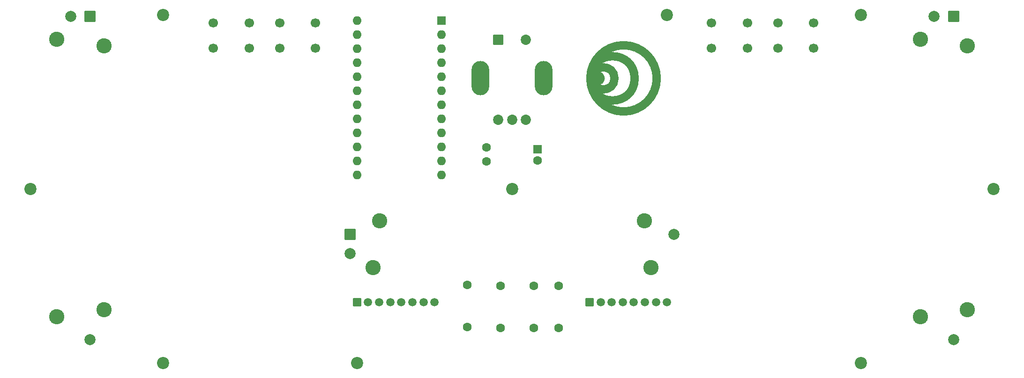
<source format=gbr>
%TF.GenerationSoftware,KiCad,Pcbnew,9.0.7*%
%TF.CreationDate,2026-01-26T22:48:02-06:00*%
%TF.ProjectId,FADETUBE_MIDI,46414445-5455-4424-955f-4d4944492e6b,rev?*%
%TF.SameCoordinates,Original*%
%TF.FileFunction,Soldermask,Top*%
%TF.FilePolarity,Negative*%
%FSLAX46Y46*%
G04 Gerber Fmt 4.6, Leading zero omitted, Abs format (unit mm)*
G04 Created by KiCad (PCBNEW 9.0.7) date 2026-01-26 22:48:02*
%MOMM*%
%LPD*%
G01*
G04 APERTURE LIST*
G04 Aperture macros list*
%AMRoundRect*
0 Rectangle with rounded corners*
0 $1 Rounding radius*
0 $2 $3 $4 $5 $6 $7 $8 $9 X,Y pos of 4 corners*
0 Add a 4 corners polygon primitive as box body*
4,1,4,$2,$3,$4,$5,$6,$7,$8,$9,$2,$3,0*
0 Add four circle primitives for the rounded corners*
1,1,$1+$1,$2,$3*
1,1,$1+$1,$4,$5*
1,1,$1+$1,$6,$7*
1,1,$1+$1,$8,$9*
0 Add four rect primitives between the rounded corners*
20,1,$1+$1,$2,$3,$4,$5,0*
20,1,$1+$1,$4,$5,$6,$7,0*
20,1,$1+$1,$6,$7,$8,$9,0*
20,1,$1+$1,$8,$9,$2,$3,0*%
G04 Aperture macros list end*
%ADD10C,1.500000*%
%ADD11C,1.600000*%
%ADD12RoundRect,0.102000X-0.825000X-0.825000X0.825000X-0.825000X0.825000X0.825000X-0.825000X0.825000X0*%
%ADD13C,1.854000*%
%ADD14O,3.204000X6.204000*%
%ADD15C,2.200000*%
%ADD16RoundRect,0.250000X-0.550000X0.550000X-0.550000X-0.550000X0.550000X-0.550000X0.550000X0.550000X0*%
%ADD17C,1.700000*%
%ADD18RoundRect,0.102000X-0.900000X0.900000X-0.900000X-0.900000X0.900000X-0.900000X0.900000X0.900000X0*%
%ADD19C,2.004000*%
%ADD20C,2.754000*%
%ADD21RoundRect,0.102000X-0.900000X-0.900000X0.900000X-0.900000X0.900000X0.900000X-0.900000X0.900000X0*%
%ADD22RoundRect,0.102000X0.654000X0.654000X-0.654000X0.654000X-0.654000X-0.654000X0.654000X-0.654000X0*%
%ADD23C,1.512000*%
%ADD24R,1.600000X1.600000*%
%ADD25O,1.600000X1.600000*%
G04 APERTURE END LIST*
D10*
X18510000Y20000000D02*
G75*
G02*
X14510000Y20000000I-2000000J0D01*
G01*
X14510000Y20000000D02*
G75*
G02*
X18510000Y20000000I2000000J0D01*
G01*
X26146039Y20000000D02*
G75*
G02*
X14146039Y20000000I-6000000J0D01*
G01*
X14146039Y20000000D02*
G75*
G02*
X26146039Y20000000I6000000J0D01*
G01*
X16010000Y20000000D02*
G75*
G02*
X15010000Y20000000I-500000J0D01*
G01*
X15010000Y20000000D02*
G75*
G02*
X16010000Y20000000I500000J0D01*
G01*
X22146039Y20000000D02*
G75*
G02*
X14146039Y20000000I-4000000J0D01*
G01*
X14146039Y20000000D02*
G75*
G02*
X22146039Y20000000I4000000J0D01*
G01*
D11*
%TO.C,C1*%
X-4630000Y4980000D03*
X-4630000Y7480000D03*
%TD*%
D12*
%TO.C,ROTARY_ENCODER_BTN1*%
X-2500000Y27000000D03*
D13*
X2500000Y27000000D03*
X-2500000Y12500000D03*
X2500000Y12500000D03*
X0Y12500000D03*
D14*
X-5700000Y20000000D03*
X5700000Y20000000D03*
%TD*%
D15*
%TO.C,H3*%
X-28000000Y-31500000D03*
%TD*%
D16*
%TO.C,C2*%
X4580000Y7135100D03*
D11*
X4580000Y5135100D03*
%TD*%
D17*
%TO.C,BTN_B_LOOP_IN1*%
X36000000Y30000000D03*
X42500000Y30000000D03*
X36000000Y25500000D03*
X42500000Y25500000D03*
%TD*%
D18*
%TO.C,FADER_TEMPO_A1*%
X79750000Y31250000D03*
D19*
X76250000Y31250000D03*
X79750000Y-27250000D03*
D20*
X82250000Y25900000D03*
X73750000Y27100000D03*
X82250000Y-21900000D03*
X73750000Y-23100000D03*
%TD*%
D11*
%TO.C,R_PLAY_A1*%
X-8100000Y-24990000D03*
X-8100000Y-17370000D03*
%TD*%
D21*
%TO.C,FADER_CROSSFADER1*%
X-29250000Y-8250000D03*
D19*
X-29250000Y-11750000D03*
X29250000Y-8250000D03*
D20*
X-23900000Y-5750000D03*
X-25100000Y-14250000D03*
X23900000Y-5750000D03*
X25100000Y-14250000D03*
%TD*%
D15*
%TO.C,H6*%
X63000000Y31500000D03*
%TD*%
%TO.C,H5*%
X87000000Y0D03*
%TD*%
%TO.C,H1*%
X0Y0D03*
%TD*%
D17*
%TO.C,BTN_A_LOOP_IN1*%
X-54000000Y30000000D03*
X-47500000Y30000000D03*
X-54000000Y25500000D03*
X-47500000Y25500000D03*
%TD*%
D11*
%TO.C,R_LOAD_A1*%
X-2100000Y-25140000D03*
X-2100000Y-17520000D03*
%TD*%
D17*
%TO.C,BTN_B_LOOP_OUT1*%
X48000000Y30000000D03*
X54500000Y30000000D03*
X48000000Y25500000D03*
X54500000Y25500000D03*
%TD*%
D15*
%TO.C,H9*%
X-63000000Y-31500000D03*
%TD*%
%TO.C,H7*%
X-63000000Y31500000D03*
%TD*%
D17*
%TO.C,BTN_A_LOOP_OUT1*%
X-42000000Y30000000D03*
X-35500000Y30000000D03*
X-42000000Y25500000D03*
X-35500000Y25500000D03*
%TD*%
D11*
%TO.C,R_LOAD_B1*%
X3900000Y-25140000D03*
X3900000Y-17520000D03*
%TD*%
%TO.C,R_PLAY_B1*%
X8400000Y-25140000D03*
X8400000Y-17520000D03*
%TD*%
D15*
%TO.C,H4*%
X63000000Y-31500000D03*
%TD*%
%TO.C,H2*%
X28000000Y31500000D03*
%TD*%
%TO.C,H8*%
X-87000000Y0D03*
%TD*%
D18*
%TO.C,FADER_TEMPO_B1*%
X-76250000Y31250000D03*
D19*
X-79750000Y31250000D03*
X-76250000Y-27250000D03*
D20*
X-73750000Y25900000D03*
X-82250000Y27100000D03*
X-73750000Y-21900000D03*
X-82250000Y-23100000D03*
%TD*%
D22*
%TO.C,J1_DECK_A1*%
X-28000000Y-20550000D03*
D23*
X-26000000Y-20550000D03*
X-24000000Y-20550000D03*
X-22000000Y-20550000D03*
X-20000000Y-20550000D03*
X-18000000Y-20550000D03*
X-16000000Y-20550000D03*
X-14000000Y-20550000D03*
%TD*%
D24*
%TO.C,ArduinoProMicroATmega32U4USBC-1*%
X-12760000Y30440000D03*
D25*
X-12760000Y27900000D03*
X-12760000Y25360000D03*
X-12760000Y22820000D03*
X-12760000Y20280000D03*
X-12760000Y17740000D03*
X-12760000Y15200000D03*
X-12760000Y12660000D03*
X-12760000Y10120000D03*
X-12760000Y7580000D03*
X-12760000Y5040000D03*
X-12760000Y2500000D03*
X-28000000Y2500000D03*
X-28000000Y5040000D03*
X-28000000Y7580000D03*
X-28000000Y10120000D03*
X-28000000Y12660000D03*
X-28000000Y15200000D03*
X-28000000Y17740000D03*
X-28000000Y20280000D03*
X-28000000Y22820000D03*
X-28000000Y25360000D03*
X-28000000Y27900000D03*
X-28000000Y30440000D03*
%TD*%
D22*
%TO.C,J2_DECK_B1*%
X14000000Y-20550000D03*
D23*
X16000000Y-20550000D03*
X18000000Y-20550000D03*
X20000000Y-20550000D03*
X22000000Y-20550000D03*
X24000000Y-20550000D03*
X26000000Y-20550000D03*
X28000000Y-20550000D03*
%TD*%
M02*

</source>
